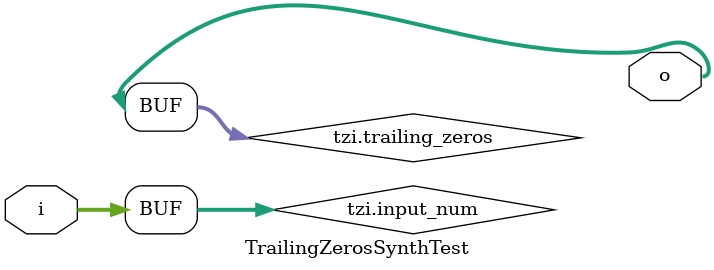
<source format=sv>
interface TrailingZerosInterface #(parameter int BITS);
    logic [BITS - 1:0] input_num;
    logic [$clog2(BITS + 1) - 1:0] trailing_zeros;

    modport CounterPorts (input input_num, output trailing_zeros);
endinterface

module EncodeTrailingZeros (input bit [1:0] d, output logic [1:0] q);
    always_comb begin
        case (d)
            2'b00: q = 2'b10;
            2'b10: q = 2'b01;
            default: q = 2'b00;
        endcase
    end
endmodule

// BITS must be a power of 2.
module ReduceTrailingZerosSimple #(parameter int BITS) (
    input logic [BITS - 1:0] i,
    output logic [$clog2(BITS + 1) - 1:0] o
);
    generate
        if (BITS == 2) begin: rtzs_encode_2
            always_comb begin
                case (i)
                    2'b00: o = 2'b10;
                    2'b10: o = 2'b01;
                    default: o = 2'b00;
                endcase
            end
        end else begin: rtzs_reduce
            localparam int OLEN = $clog2(BITS + 1);
            localparam int PREV_OLEN = $clog2(BITS);
            logic [PREV_OLEN - 1:0] lhalf_o;
            ReduceTrailingZerosSimple #(.BITS(BITS / 2)) rtzs_left (
                .i(i[BITS - 1:BITS / 2]),
                .o(lhalf_o)
            );

            logic [PREV_OLEN - 1:0] rhalf_o;
            ReduceTrailingZerosSimple #(.BITS(BITS / 2)) rtzs_right (
                .i(i[BITS / 2 - 1:0]),
                .o(rhalf_o)
            );

            always_comb begin
                if (rhalf_o[PREV_OLEN - 1] == 1'b0) begin
                    o[OLEN - 1] = 1'b0;
                    o[OLEN - 2:0] = rhalf_o;
                end else begin
                    o[OLEN - 1] = lhalf_o[OLEN - 2] & rhalf_o[OLEN - 2];
                    o[OLEN - 2] = ~lhalf_o[OLEN - 2];
                    o[OLEN - 3:0] = lhalf_o[OLEN - 3:0];
                end
            end
        end
    endgenerate
endmodule

module ReduceTrailingZerosHard #(parameter int BITS) (
    input logic [BITS - 1:0] i,
    output logic [$clog2(BITS + 1):0] o
);
    generate
        if (BITS == 1) begin: rtzh_encode_1
            assign o = i ? 2'b00 : 2'b01;
        end else begin: rtzh_recurse
            localparam int RHALF_BITS = 1 << ($clog2(BITS + 1) - 1);
            logic [$clog2(BITS + 1) - 1:0] rhalf_o;
            ReduceTrailingZerosSimple #(.BITS(RHALF_BITS)) rhalf_rtzs (
                .i(i[0 +: RHALF_BITS]),
                .o(rhalf_o)
            );

            logic [$clog2(BITS + 1) - 1:0] lhalf_o;

            localparam int LHALF_BITS = BITS - RHALF_BITS;
            localparam int LHALF_BITS_PO2 = LHALF_BITS == 1 << ($clog2(LHALF_BITS + 1) - 1);
            localparam int LHALF_BITS_EXT = LHALF_BITS % 2;
            localparam int LHALF_OLEN = $clog2(LHALF_BITS + 1) + LHALF_BITS_EXT;
            if (LHALF_OLEN < $clog2(BITS + 1)) begin: rtzh_assign_lhalf_leftover
                assign lhalf_o[$clog2(BITS + 1) - 1:LHALF_OLEN] = {
                    {$clog2(BITS + 1) - LHALF_OLEN}{1'b0}
                };
            end
            if (LHALF_BITS_PO2 && LHALF_BITS > 1) begin: rtzh_lhalf_rtzs
                ReduceTrailingZerosSimple #(.BITS(LHALF_BITS)) lhalf_rtzs (
                    .i(i[RHALF_BITS +: LHALF_BITS]),
                    .o(lhalf_o[0 +: LHALF_OLEN])
                );
            end else begin: rtzh_lhalf_rtzh
                ReduceTrailingZerosHard #(.BITS(LHALF_BITS)) lhalf_rtzh (
                    .i(i[RHALF_BITS +: LHALF_BITS]),
                    .o(lhalf_o[0 +: LHALF_OLEN])
                );
            end

            localparam int OLEN = $clog2(BITS + 1);

            always_comb begin
                if(rhalf_o[OLEN - 1] == 1'b0) begin
                    o[OLEN] = rhalf_o[OLEN - 1] & lhalf_o[OLEN - 1];
                    o[OLEN - 1] = 1'b0;
                    o[OLEN - 2:0] = rhalf_o[OLEN - 2:0];
                end else begin
                    o[BITS] = rhalf_o[OLEN - 1] & lhalf_o[OLEN - 1];
                    o[OLEN - 1] = ~lhalf_o[OLEN - 1];
                    o[OLEN - 2:0] = lhalf_o[OLEN - 2:0];
                end
            end
        end
    endgenerate
endmodule

module TrailingZeros #(parameter int BITS) (
    TrailingZerosInterface.CounterPorts tzi
);
    generate
        if (BITS == 1) begin: tz_len_1
            assign tzi.trailing_zeros = ~tzi.input_num;
        end else begin: tz_len_g1
            localparam bit IS_PO2 = BITS == 1 << ($clog2(BITS + 1) - 1);
            if (IS_PO2 && BITS > 1) begin: tz_simple_case
                ReduceTrailingZerosSimple #(.BITS(BITS)) rtzs (
                    .i(tzi.input_num),
                    .o(tzi.trailing_zeros)
                );
            end else begin: tz_hard_case
                logic [$clog2(BITS + 1):0] out_ext;
                ReduceTrailingZerosHard #(.BITS(BITS)) reduce (
                    .i(tzi.input_num),
                    .o(out_ext)
                );
                assign tzi.trailing_zeros = out_ext[0 +: $clog2(BITS + 1)];
            end
        end
    endgenerate
endmodule

`timescale 1ns/1ns
module TrailingZerosTest ();
    localparam BITS = 5;

    logic [BITS - 1:0] data;
    logic [$clog2(BITS + 1) - 1:0] tz;

    TrailingZerosInterface #(.BITS(BITS)) tzi ();
    assign tzi.input_num = data;
    assign tz = tzi.trailing_zeros;

    TrailingZeros #(.BITS(BITS)) tzc (tzi.CounterPorts);

    initial begin
        data = ~{BITS{1'b0}};
        while (data != {BITS{1'b0}}) begin
            # 10
            data -= 1;
        end
    end
endmodule

`define TZST 128
module TrailingZerosSynthTest (
    input logic [`TZST - 1:0] i,
    output logic [$clog2(`TZST + 1) - 1:0] o
);
    TrailingZerosInterface #(.BITS(`TZST)) tzi ();
    assign tzi.input_num = i;
    assign o = tzi.trailing_zeros;

    TrailingZeros #(.BITS(`TZST)) tz (tzi.CounterPorts);
endmodule

</source>
